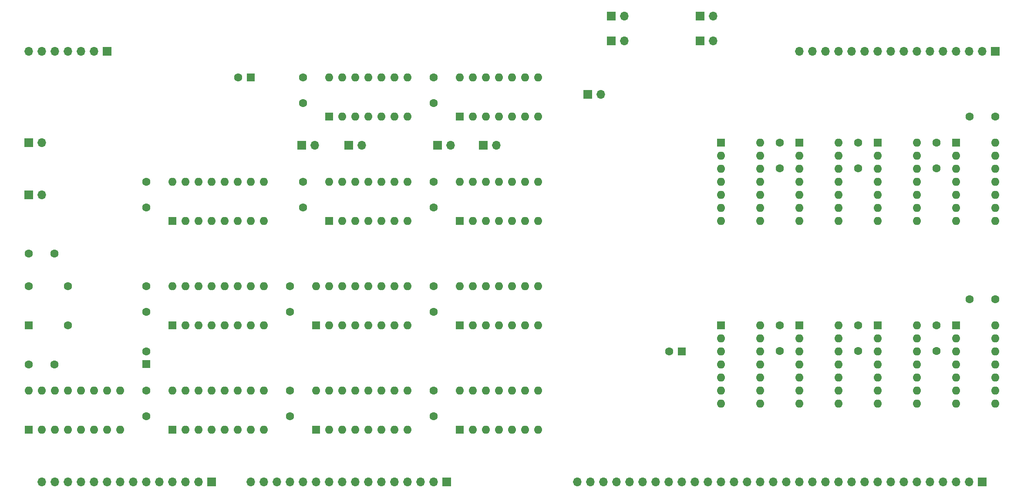
<source format=gts>
G04 #@! TF.GenerationSoftware,KiCad,Pcbnew,(7.0.0)*
G04 #@! TF.CreationDate,2024-03-28T20:59:28-07:00*
G04 #@! TF.ProjectId,video_timing,76696465-6f5f-4746-996d-696e672e6b69,rev?*
G04 #@! TF.SameCoordinates,Original*
G04 #@! TF.FileFunction,Soldermask,Top*
G04 #@! TF.FilePolarity,Negative*
%FSLAX46Y46*%
G04 Gerber Fmt 4.6, Leading zero omitted, Abs format (unit mm)*
G04 Created by KiCad (PCBNEW (7.0.0)) date 2024-03-28 20:59:28*
%MOMM*%
%LPD*%
G01*
G04 APERTURE LIST*
%ADD10R,1.700000X1.700000*%
%ADD11O,1.700000X1.700000*%
%ADD12C,1.600000*%
%ADD13R,1.600000X1.600000*%
%ADD14O,1.600000X1.600000*%
G04 APERTURE END LIST*
D10*
X167131999Y-69341999D03*
D11*
X169671999Y-69341999D03*
D10*
X146811999Y-79247999D03*
D11*
X149351999Y-79247999D03*
D10*
X111505999Y-79247999D03*
D11*
X114045999Y-79247999D03*
D10*
X120649999Y-79247999D03*
D11*
X123189999Y-79247999D03*
D10*
X137921999Y-79247999D03*
D11*
X140461999Y-79247999D03*
D10*
X188975999Y-54101999D03*
D11*
X191515999Y-54101999D03*
D10*
X171703999Y-58927999D03*
D11*
X174243999Y-58927999D03*
D10*
X188975999Y-58927999D03*
D11*
X191515999Y-58927999D03*
D10*
X171703999Y-54101999D03*
D11*
X174243999Y-54101999D03*
D12*
X137160000Y-66040000D03*
X137160000Y-71040000D03*
X81280000Y-86360000D03*
X81280000Y-91360000D03*
D13*
X193039999Y-114299999D03*
D14*
X193039999Y-116839999D03*
X193039999Y-119379999D03*
X193039999Y-121919999D03*
X193039999Y-124459999D03*
X193039999Y-126999999D03*
X193039999Y-129539999D03*
X200659999Y-129539999D03*
X200659999Y-126999999D03*
X200659999Y-124459999D03*
X200659999Y-121919999D03*
X200659999Y-119379999D03*
X200659999Y-116839999D03*
X200659999Y-114299999D03*
D10*
X139699999Y-144779999D03*
D11*
X137159999Y-144779999D03*
X134619999Y-144779999D03*
X132079999Y-144779999D03*
X129539999Y-144779999D03*
X126999999Y-144779999D03*
X124459999Y-144779999D03*
X121919999Y-144779999D03*
X119379999Y-144779999D03*
X116839999Y-144779999D03*
X114299999Y-144779999D03*
X111759999Y-144779999D03*
X109219999Y-144779999D03*
X106679999Y-144779999D03*
X104139999Y-144779999D03*
X101599999Y-144779999D03*
D13*
X81279999Y-121879999D03*
D12*
X81280000Y-119380000D03*
X111760000Y-66040000D03*
X111760000Y-71040000D03*
D13*
X208279999Y-78739999D03*
D14*
X208279999Y-81279999D03*
X208279999Y-83819999D03*
X208279999Y-86359999D03*
X208279999Y-88899999D03*
X208279999Y-91439999D03*
X208279999Y-93979999D03*
X215899999Y-93979999D03*
X215899999Y-91439999D03*
X215899999Y-88899999D03*
X215899999Y-86359999D03*
X215899999Y-83819999D03*
X215899999Y-81279999D03*
X215899999Y-78739999D03*
D13*
X238759999Y-78739999D03*
D14*
X238759999Y-81279999D03*
X238759999Y-83819999D03*
X238759999Y-86359999D03*
X238759999Y-88899999D03*
X238759999Y-91439999D03*
X238759999Y-93979999D03*
X246379999Y-93979999D03*
X246379999Y-91439999D03*
X246379999Y-88899999D03*
X246379999Y-86359999D03*
X246379999Y-83819999D03*
X246379999Y-81279999D03*
X246379999Y-78739999D03*
D13*
X223519999Y-78739999D03*
D14*
X223519999Y-81279999D03*
X223519999Y-83819999D03*
X223519999Y-86359999D03*
X223519999Y-88899999D03*
X223519999Y-91439999D03*
X223519999Y-93979999D03*
X231139999Y-93979999D03*
X231139999Y-91439999D03*
X231139999Y-88899999D03*
X231139999Y-86359999D03*
X231139999Y-83819999D03*
X231139999Y-81279999D03*
X231139999Y-78739999D03*
D10*
X58419999Y-88899999D03*
D11*
X60959999Y-88899999D03*
D12*
X137160000Y-111680000D03*
X137160000Y-106680000D03*
X246380000Y-73660000D03*
X241380000Y-73660000D03*
X137160000Y-127000000D03*
X137160000Y-132000000D03*
X81280000Y-132000000D03*
X81280000Y-127000000D03*
X81280000Y-111680000D03*
X81280000Y-106680000D03*
D10*
X93979999Y-144779999D03*
D11*
X91439999Y-144779999D03*
X88899999Y-144779999D03*
X86359999Y-144779999D03*
X83819999Y-144779999D03*
X81279999Y-144779999D03*
X78739999Y-144779999D03*
X76199999Y-144779999D03*
X73659999Y-144779999D03*
X71119999Y-144779999D03*
X68579999Y-144779999D03*
X66039999Y-144779999D03*
X63499999Y-144779999D03*
X60959999Y-144779999D03*
D10*
X58419999Y-78739999D03*
D11*
X60959999Y-78739999D03*
D13*
X114299999Y-134619999D03*
D14*
X116839999Y-134619999D03*
X119379999Y-134619999D03*
X121919999Y-134619999D03*
X124459999Y-134619999D03*
X126999999Y-134619999D03*
X129539999Y-134619999D03*
X132079999Y-134619999D03*
X132079999Y-126999999D03*
X129539999Y-126999999D03*
X126999999Y-126999999D03*
X124459999Y-126999999D03*
X121919999Y-126999999D03*
X119379999Y-126999999D03*
X116839999Y-126999999D03*
X114299999Y-126999999D03*
D13*
X208279999Y-114299999D03*
D14*
X208279999Y-116839999D03*
X208279999Y-119379999D03*
X208279999Y-121919999D03*
X208279999Y-124459999D03*
X208279999Y-126999999D03*
X208279999Y-129539999D03*
X215899999Y-129539999D03*
X215899999Y-126999999D03*
X215899999Y-124459999D03*
X215899999Y-121919999D03*
X215899999Y-119379999D03*
X215899999Y-116839999D03*
X215899999Y-114299999D03*
D13*
X142234999Y-114299999D03*
D14*
X144774999Y-114299999D03*
X147314999Y-114299999D03*
X149854999Y-114299999D03*
X152394999Y-114299999D03*
X154934999Y-114299999D03*
X157474999Y-114299999D03*
X157474999Y-106679999D03*
X154934999Y-106679999D03*
X152394999Y-106679999D03*
X149854999Y-106679999D03*
X147314999Y-106679999D03*
X144774999Y-106679999D03*
X142234999Y-106679999D03*
D12*
X246380000Y-109220000D03*
X241380000Y-109220000D03*
X219710000Y-78740000D03*
X219710000Y-83740000D03*
X111760000Y-91360000D03*
X111760000Y-86360000D03*
D13*
X116839999Y-93979999D03*
D14*
X119379999Y-93979999D03*
X121919999Y-93979999D03*
X124459999Y-93979999D03*
X126999999Y-93979999D03*
X129539999Y-93979999D03*
X132079999Y-93979999D03*
X132079999Y-86359999D03*
X129539999Y-86359999D03*
X126999999Y-86359999D03*
X124459999Y-86359999D03*
X121919999Y-86359999D03*
X119379999Y-86359999D03*
X116839999Y-86359999D03*
D12*
X219710000Y-114300000D03*
X219710000Y-119300000D03*
X58420000Y-100330000D03*
X63420000Y-100330000D03*
X109220000Y-111680000D03*
X109220000Y-106680000D03*
D13*
X142239999Y-93979999D03*
D14*
X144779999Y-93979999D03*
X147319999Y-93979999D03*
X149859999Y-93979999D03*
X152399999Y-93979999D03*
X154939999Y-93979999D03*
X157479999Y-93979999D03*
X157479999Y-86359999D03*
X154939999Y-86359999D03*
X152399999Y-86359999D03*
X149859999Y-86359999D03*
X147319999Y-86359999D03*
X144779999Y-86359999D03*
X142239999Y-86359999D03*
D13*
X101599999Y-66039999D03*
D12*
X99100000Y-66040000D03*
D10*
X73659999Y-60959999D03*
D11*
X71119999Y-60959999D03*
X68579999Y-60959999D03*
X66039999Y-60959999D03*
X63499999Y-60959999D03*
X60959999Y-60959999D03*
X58419999Y-60959999D03*
D13*
X58419999Y-114299999D03*
D12*
X66040000Y-114300000D03*
X66040000Y-106680000D03*
X58420000Y-106680000D03*
X234950000Y-78740000D03*
X234950000Y-83740000D03*
D13*
X193039999Y-78739999D03*
D14*
X193039999Y-81279999D03*
X193039999Y-83819999D03*
X193039999Y-86359999D03*
X193039999Y-88899999D03*
X193039999Y-91439999D03*
X193039999Y-93979999D03*
X200659999Y-93979999D03*
X200659999Y-91439999D03*
X200659999Y-88899999D03*
X200659999Y-86359999D03*
X200659999Y-83819999D03*
X200659999Y-81279999D03*
X200659999Y-78739999D03*
D13*
X116839999Y-73659999D03*
D14*
X119379999Y-73659999D03*
X121919999Y-73659999D03*
X124459999Y-73659999D03*
X126999999Y-73659999D03*
X129539999Y-73659999D03*
X132079999Y-73659999D03*
X132079999Y-66039999D03*
X129539999Y-66039999D03*
X126999999Y-66039999D03*
X124459999Y-66039999D03*
X121919999Y-66039999D03*
X119379999Y-66039999D03*
X116839999Y-66039999D03*
D12*
X204470000Y-78740000D03*
X204470000Y-83740000D03*
X58420000Y-121920000D03*
X63420000Y-121920000D03*
D13*
X114299999Y-114299999D03*
D14*
X116839999Y-114299999D03*
X119379999Y-114299999D03*
X121919999Y-114299999D03*
X124459999Y-114299999D03*
X126999999Y-114299999D03*
X129539999Y-114299999D03*
X132079999Y-114299999D03*
X132079999Y-106679999D03*
X129539999Y-106679999D03*
X126999999Y-106679999D03*
X124459999Y-106679999D03*
X121919999Y-106679999D03*
X119379999Y-106679999D03*
X116839999Y-106679999D03*
X114299999Y-106679999D03*
D12*
X137160000Y-91360000D03*
X137160000Y-86360000D03*
D13*
X142239999Y-73659999D03*
D14*
X144779999Y-73659999D03*
X147319999Y-73659999D03*
X149859999Y-73659999D03*
X152399999Y-73659999D03*
X154939999Y-73659999D03*
X157479999Y-73659999D03*
X157479999Y-66039999D03*
X154939999Y-66039999D03*
X152399999Y-66039999D03*
X149859999Y-66039999D03*
X147319999Y-66039999D03*
X144779999Y-66039999D03*
X142239999Y-66039999D03*
D10*
X246379999Y-60959999D03*
D11*
X243839999Y-60959999D03*
X241299999Y-60959999D03*
X238759999Y-60959999D03*
X236219999Y-60959999D03*
X233679999Y-60959999D03*
X231139999Y-60959999D03*
X228599999Y-60959999D03*
X226059999Y-60959999D03*
X223519999Y-60959999D03*
X220979999Y-60959999D03*
X218439999Y-60959999D03*
X215899999Y-60959999D03*
X213359999Y-60959999D03*
X210819999Y-60959999D03*
X208279999Y-60959999D03*
D12*
X234950000Y-114300000D03*
X234950000Y-119300000D03*
D13*
X185419999Y-119379999D03*
D12*
X182920000Y-119380000D03*
X204470000Y-114300000D03*
X204470000Y-119300000D03*
D13*
X58419999Y-134619999D03*
D14*
X60959999Y-134619999D03*
X63499999Y-134619999D03*
X66039999Y-134619999D03*
X68579999Y-134619999D03*
X71119999Y-134619999D03*
X73659999Y-134619999D03*
X76199999Y-134619999D03*
X76199999Y-126999999D03*
X73659999Y-126999999D03*
X71119999Y-126999999D03*
X68579999Y-126999999D03*
X66039999Y-126999999D03*
X63499999Y-126999999D03*
X60959999Y-126999999D03*
X58419999Y-126999999D03*
D13*
X86359999Y-93979999D03*
D14*
X88899999Y-93979999D03*
X91439999Y-93979999D03*
X93979999Y-93979999D03*
X96519999Y-93979999D03*
X99059999Y-93979999D03*
X101599999Y-93979999D03*
X104139999Y-93979999D03*
X104139999Y-86359999D03*
X101599999Y-86359999D03*
X99059999Y-86359999D03*
X96519999Y-86359999D03*
X93979999Y-86359999D03*
X91439999Y-86359999D03*
X88899999Y-86359999D03*
X86359999Y-86359999D03*
D10*
X243839999Y-144779999D03*
D11*
X241299999Y-144779999D03*
X238759999Y-144779999D03*
X236219999Y-144779999D03*
X233679999Y-144779999D03*
X231139999Y-144779999D03*
X228599999Y-144779999D03*
X226059999Y-144779999D03*
X223519999Y-144779999D03*
X220979999Y-144779999D03*
X218439999Y-144779999D03*
X215899999Y-144779999D03*
X213359999Y-144779999D03*
X210819999Y-144779999D03*
X208279999Y-144779999D03*
X205739999Y-144779999D03*
X203199999Y-144779999D03*
X200659999Y-144779999D03*
X198119999Y-144779999D03*
X195579999Y-144779999D03*
X193039999Y-144779999D03*
X190499999Y-144779999D03*
X187959999Y-144779999D03*
X185419999Y-144779999D03*
X182879999Y-144779999D03*
X180339999Y-144779999D03*
X177799999Y-144779999D03*
X175259999Y-144779999D03*
X172719999Y-144779999D03*
X170179999Y-144779999D03*
X167639999Y-144779999D03*
X165099999Y-144779999D03*
D13*
X238759999Y-114299999D03*
D14*
X238759999Y-116839999D03*
X238759999Y-119379999D03*
X238759999Y-121919999D03*
X238759999Y-124459999D03*
X238759999Y-126999999D03*
X238759999Y-129539999D03*
X246379999Y-129539999D03*
X246379999Y-126999999D03*
X246379999Y-124459999D03*
X246379999Y-121919999D03*
X246379999Y-119379999D03*
X246379999Y-116839999D03*
X246379999Y-114299999D03*
D13*
X86359999Y-134619999D03*
D14*
X88899999Y-134619999D03*
X91439999Y-134619999D03*
X93979999Y-134619999D03*
X96519999Y-134619999D03*
X99059999Y-134619999D03*
X101599999Y-134619999D03*
X104139999Y-134619999D03*
X104139999Y-126999999D03*
X101599999Y-126999999D03*
X99059999Y-126999999D03*
X96519999Y-126999999D03*
X93979999Y-126999999D03*
X91439999Y-126999999D03*
X88899999Y-126999999D03*
X86359999Y-126999999D03*
D12*
X109220000Y-127000000D03*
X109220000Y-132000000D03*
D13*
X142239999Y-134619999D03*
D14*
X144779999Y-134619999D03*
X147319999Y-134619999D03*
X149859999Y-134619999D03*
X152399999Y-134619999D03*
X154939999Y-134619999D03*
X157479999Y-134619999D03*
X157479999Y-126999999D03*
X154939999Y-126999999D03*
X152399999Y-126999999D03*
X149859999Y-126999999D03*
X147319999Y-126999999D03*
X144779999Y-126999999D03*
X142239999Y-126999999D03*
D13*
X223519999Y-114299999D03*
D14*
X223519999Y-116839999D03*
X223519999Y-119379999D03*
X223519999Y-121919999D03*
X223519999Y-124459999D03*
X223519999Y-126999999D03*
X223519999Y-129539999D03*
X231139999Y-129539999D03*
X231139999Y-126999999D03*
X231139999Y-124459999D03*
X231139999Y-121919999D03*
X231139999Y-119379999D03*
X231139999Y-116839999D03*
X231139999Y-114299999D03*
D13*
X86359999Y-114299999D03*
D14*
X88899999Y-114299999D03*
X91439999Y-114299999D03*
X93979999Y-114299999D03*
X96519999Y-114299999D03*
X99059999Y-114299999D03*
X101599999Y-114299999D03*
X104139999Y-114299999D03*
X104139999Y-106679999D03*
X101599999Y-106679999D03*
X99059999Y-106679999D03*
X96519999Y-106679999D03*
X93979999Y-106679999D03*
X91439999Y-106679999D03*
X88899999Y-106679999D03*
X86359999Y-106679999D03*
M02*

</source>
